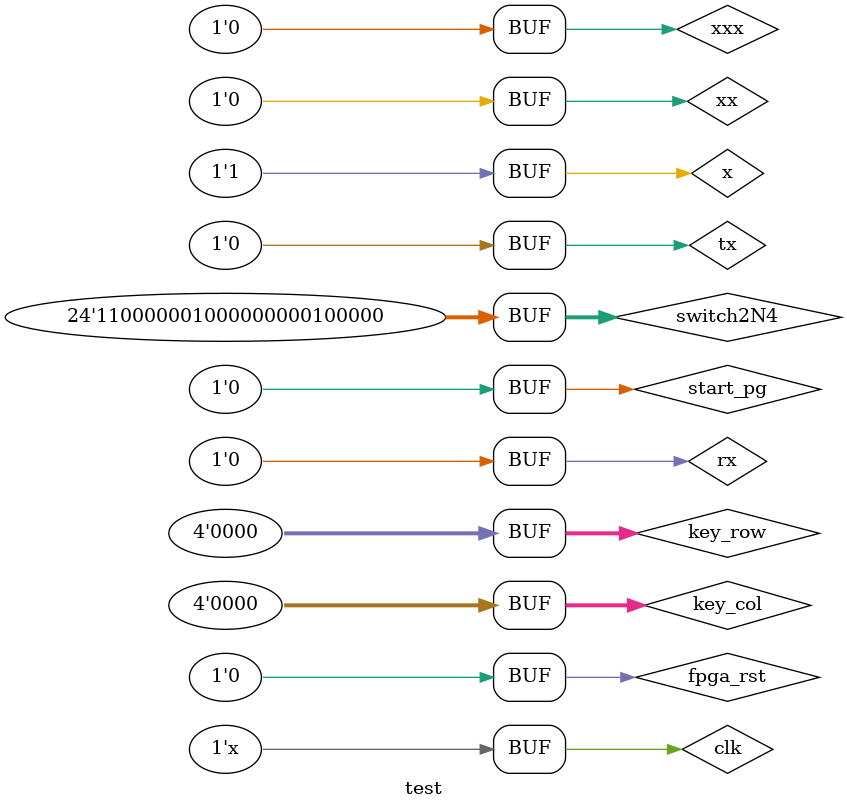
<source format=v>
`timescale 1ns / 1ps
module test ();
    reg clk = 0, fpga_rst = 1, start_pg = 0, rx = 0;
    reg [23:0] switch2N4 = 1024;
    wire [23:0] led2N4 ;
    wire tx = 0;
    wire [3:0] key_row = 4'b0, key_col = 4'b0;
    wire [3:0] r , g,b;
    wire x,xx,xxx;
    assign {x,xx,xxx}=3'b100;
    wire [7:0] seg_an, seg_out;
    cpu cpu1 (
        .clk_in(clk),
        // input clk_in_i,
        .fpga_rst(fpga_rst),
        // input fpga_rst_i, 
        .switch2N4(switch2N4),
        .led2N4(led2N4),
        .seg_out(seg_out),
        // UART ports
        .start_pg(start_pg),
        .rx(rx),
        .tx(tx),
        .r(r),
        .g(g),
        .b(b),
        .hs(hs),
        .vs(vs)
    );
    always begin
        #10 clk = !clk;
    end
    initial begin
        #200 begin
            fpga_rst = 0;
            switch2N4 = 24'b110_00000_1000_0000_0010_0000;
        end
    end

endmodule

</source>
